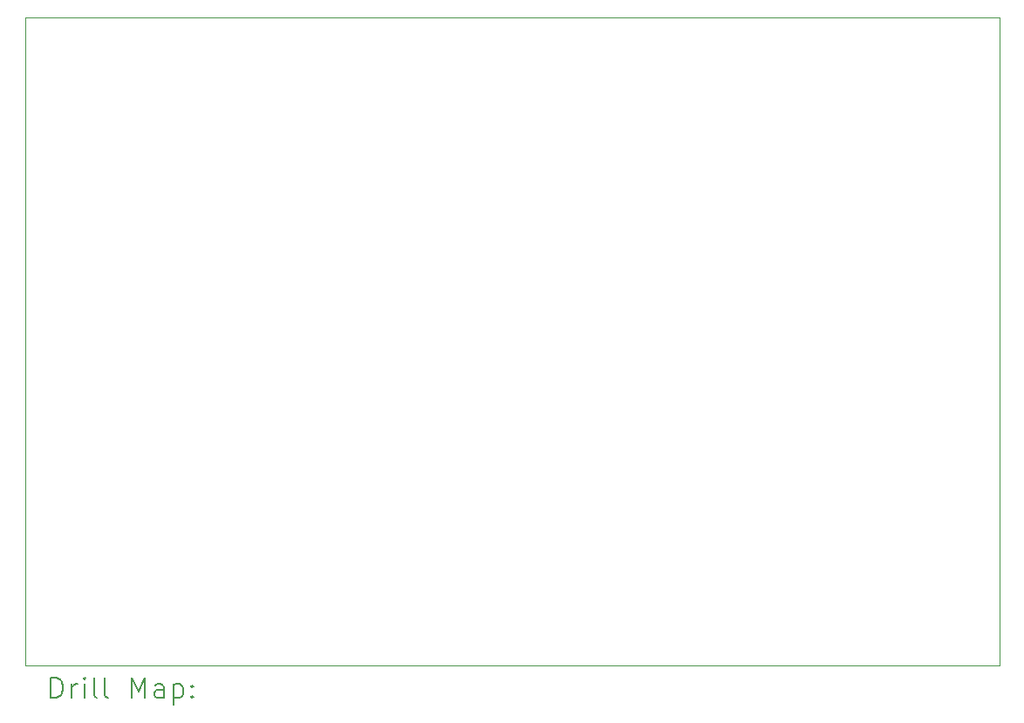
<source format=gbr>
%TF.GenerationSoftware,KiCad,Pcbnew,6.0.10-86aedd382b~118~ubuntu22.04.1*%
%TF.CreationDate,2023-01-14T07:35:05+01:00*%
%TF.ProjectId,servo_control,73657276-6f5f-4636-9f6e-74726f6c2e6b,rev?*%
%TF.SameCoordinates,Original*%
%TF.FileFunction,Drillmap*%
%TF.FilePolarity,Positive*%
%FSLAX45Y45*%
G04 Gerber Fmt 4.5, Leading zero omitted, Abs format (unit mm)*
G04 Created by KiCad (PCBNEW 6.0.10-86aedd382b~118~ubuntu22.04.1) date 2023-01-14 07:35:05*
%MOMM*%
%LPD*%
G01*
G04 APERTURE LIST*
%ADD10C,0.100000*%
%ADD11C,0.200000*%
G04 APERTURE END LIST*
D10*
X10033000Y-4000500D02*
X19494500Y-4000500D01*
X19494500Y-4000500D02*
X19494500Y-10287000D01*
X19494500Y-10287000D02*
X10033000Y-10287000D01*
X10033000Y-10287000D02*
X10033000Y-4000500D01*
D11*
X10285619Y-10602476D02*
X10285619Y-10402476D01*
X10333238Y-10402476D01*
X10361810Y-10412000D01*
X10380857Y-10431048D01*
X10390381Y-10450095D01*
X10399905Y-10488190D01*
X10399905Y-10516762D01*
X10390381Y-10554857D01*
X10380857Y-10573905D01*
X10361810Y-10592952D01*
X10333238Y-10602476D01*
X10285619Y-10602476D01*
X10485619Y-10602476D02*
X10485619Y-10469143D01*
X10485619Y-10507238D02*
X10495143Y-10488190D01*
X10504667Y-10478667D01*
X10523714Y-10469143D01*
X10542762Y-10469143D01*
X10609429Y-10602476D02*
X10609429Y-10469143D01*
X10609429Y-10402476D02*
X10599905Y-10412000D01*
X10609429Y-10421524D01*
X10618952Y-10412000D01*
X10609429Y-10402476D01*
X10609429Y-10421524D01*
X10733238Y-10602476D02*
X10714190Y-10592952D01*
X10704667Y-10573905D01*
X10704667Y-10402476D01*
X10838000Y-10602476D02*
X10818952Y-10592952D01*
X10809429Y-10573905D01*
X10809429Y-10402476D01*
X11066571Y-10602476D02*
X11066571Y-10402476D01*
X11133238Y-10545333D01*
X11199905Y-10402476D01*
X11199905Y-10602476D01*
X11380857Y-10602476D02*
X11380857Y-10497714D01*
X11371333Y-10478667D01*
X11352286Y-10469143D01*
X11314190Y-10469143D01*
X11295143Y-10478667D01*
X11380857Y-10592952D02*
X11361809Y-10602476D01*
X11314190Y-10602476D01*
X11295143Y-10592952D01*
X11285619Y-10573905D01*
X11285619Y-10554857D01*
X11295143Y-10535810D01*
X11314190Y-10526286D01*
X11361809Y-10526286D01*
X11380857Y-10516762D01*
X11476095Y-10469143D02*
X11476095Y-10669143D01*
X11476095Y-10478667D02*
X11495143Y-10469143D01*
X11533238Y-10469143D01*
X11552286Y-10478667D01*
X11561809Y-10488190D01*
X11571333Y-10507238D01*
X11571333Y-10564381D01*
X11561809Y-10583429D01*
X11552286Y-10592952D01*
X11533238Y-10602476D01*
X11495143Y-10602476D01*
X11476095Y-10592952D01*
X11657048Y-10583429D02*
X11666571Y-10592952D01*
X11657048Y-10602476D01*
X11647524Y-10592952D01*
X11657048Y-10583429D01*
X11657048Y-10602476D01*
X11657048Y-10478667D02*
X11666571Y-10488190D01*
X11657048Y-10497714D01*
X11647524Y-10488190D01*
X11657048Y-10478667D01*
X11657048Y-10497714D01*
M02*

</source>
